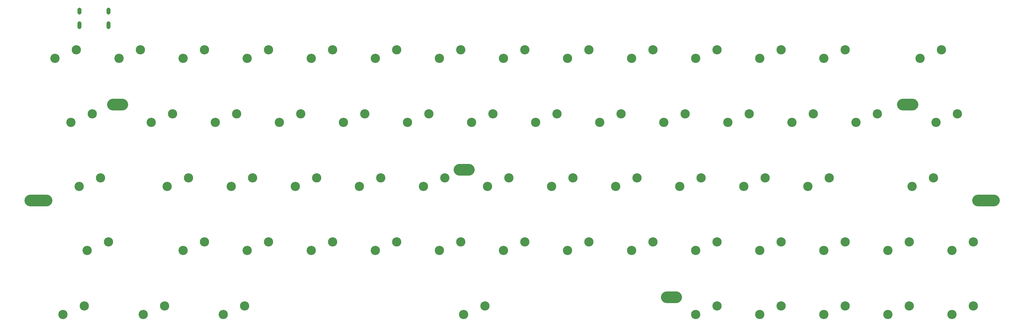
<source format=gts>
G04 Layer: TopSolderMaskLayer*
G04 EasyEDA v6.4.5, 2020-09-08T15:15:43+08:00*
G04 f0e53531bd8345db8f7cb9e7e530f99a,98eef565fa774a6b8f51c3c50c7f61d6,10*
G04 Gerber Generator version 0.2*
G04 Scale: 100 percent, Rotated: No, Reflected: No *
G04 Dimensions in millimeters *
G04 leading zeros omitted , absolute positions ,3 integer and 3 decimal *
%FSLAX33Y33*%
%MOMM*%
G90*
G71D02*

%ADD15C,3.499993*%
%ADD36C,1.203198*%
%ADD37C,2.743200*%

%LPD*%
G54D15*
G01X281143Y38251D02*
G01X285943Y38251D01*
G01X-566Y38251D02*
G01X4234Y38251D01*
G01X23984Y66841D02*
G01X26784Y66841D01*
G01X258863Y66841D02*
G01X261663Y66841D01*
G01X126973Y47431D02*
G01X129773Y47431D01*
G01X188613Y9521D02*
G01X191413Y9521D01*
G54D36*
G01X22704Y94184D02*
G01X22704Y94984D01*
G01X14064Y94184D02*
G01X14064Y94984D01*
G01X22704Y89884D02*
G01X22704Y90984D01*
G01X14064Y89884D02*
G01X14064Y90984D01*
G54D37*
G01X56792Y4302D03*
G01X63142Y6842D03*
G01X32983Y4302D03*
G01X39333Y6842D03*
G01X9173Y4302D03*
G01X15523Y6842D03*
G01X13933Y42402D03*
G01X20283Y44942D03*
G01X16312Y23352D03*
G01X22662Y25892D03*
G01X263962Y80502D03*
G01X270312Y83042D03*
G01X261582Y42402D03*
G01X267932Y44942D03*
G01X279832Y6842D03*
G01X273482Y4302D03*
G01X260782Y6842D03*
G01X254432Y4302D03*
G01X241732Y6842D03*
G01X235382Y4302D03*
G01X222692Y6842D03*
G01X216342Y4302D03*
G01X203632Y6842D03*
G01X197282Y4302D03*
G01X279832Y25892D03*
G01X273482Y23352D03*
G01X260782Y25892D03*
G01X254432Y23352D03*
G01X241732Y25892D03*
G01X235382Y23352D03*
G01X222692Y25892D03*
G01X216342Y23352D03*
G01X203632Y25892D03*
G01X197282Y23352D03*
G01X184592Y25892D03*
G01X178242Y23352D03*
G01X165532Y25892D03*
G01X159182Y23352D03*
G01X146482Y25892D03*
G01X140132Y23352D03*
G01X127442Y25892D03*
G01X121092Y23352D03*
G01X108392Y25892D03*
G01X102042Y23352D03*
G01X89342Y25892D03*
G01X82992Y23352D03*
G01X70282Y25892D03*
G01X63932Y23352D03*
G01X51232Y25892D03*
G01X44882Y23352D03*
G01X236972Y44942D03*
G01X230622Y42402D03*
G01X217922Y44942D03*
G01X211572Y42402D03*
G01X198872Y44942D03*
G01X192522Y42402D03*
G01X179822Y44942D03*
G01X173472Y42402D03*
G01X160772Y44942D03*
G01X154422Y42402D03*
G01X141722Y44942D03*
G01X135372Y42402D03*
G01X122672Y44942D03*
G01X116322Y42402D03*
G01X103622Y44942D03*
G01X97272Y42402D03*
G01X84572Y44942D03*
G01X78222Y42402D03*
G01X65522Y44943D03*
G01X59172Y42403D03*
G01X46472Y44943D03*
G01X40122Y42403D03*
G01X251262Y63992D03*
G01X244912Y61452D03*
G01X232212Y63992D03*
G01X225862Y61452D03*
G01X213162Y63992D03*
G01X206812Y61452D03*
G01X194112Y63992D03*
G01X187762Y61452D03*
G01X175062Y63992D03*
G01X168712Y61452D03*
G01X156012Y63992D03*
G01X149662Y61452D03*
G01X136962Y63992D03*
G01X130612Y61452D03*
G01X117912Y63992D03*
G01X111562Y61452D03*
G01X98862Y63992D03*
G01X92512Y61452D03*
G01X79812Y63992D03*
G01X73462Y61452D03*
G01X60762Y63992D03*
G01X54412Y61452D03*
G01X41712Y63992D03*
G01X35362Y61452D03*
G01X241742Y83042D03*
G01X235392Y80502D03*
G01X222692Y83042D03*
G01X216342Y80502D03*
G01X203642Y83042D03*
G01X197292Y80502D03*
G01X184582Y83042D03*
G01X178232Y80502D03*
G01X165532Y83042D03*
G01X159182Y80502D03*
G01X146492Y83042D03*
G01X140142Y80502D03*
G01X127442Y83042D03*
G01X121092Y80502D03*
G01X108382Y83042D03*
G01X102032Y80502D03*
G01X89332Y83042D03*
G01X82982Y80502D03*
G01X70282Y83042D03*
G01X63932Y80502D03*
G01X51243Y83042D03*
G01X44893Y80502D03*
G01X32182Y83042D03*
G01X25832Y80502D03*
G01X13143Y83042D03*
G01X6793Y80502D03*
G01X268722Y61452D03*
G01X275072Y63992D03*
G01X11553Y61452D03*
G01X17903Y63992D03*
G01X128232Y4302D03*
G01X134582Y6842D03*
M00*
M02*

</source>
